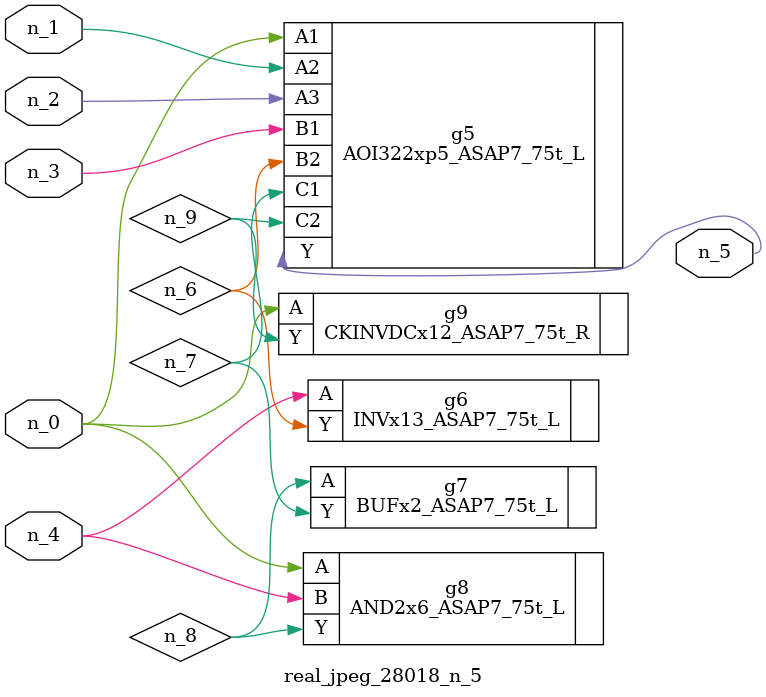
<source format=v>
module real_jpeg_28018_n_5 (n_4, n_0, n_1, n_2, n_3, n_5);

input n_4;
input n_0;
input n_1;
input n_2;
input n_3;

output n_5;

wire n_8;
wire n_6;
wire n_7;
wire n_9;

AOI322xp5_ASAP7_75t_L g5 ( 
.A1(n_0),
.A2(n_1),
.A3(n_2),
.B1(n_3),
.B2(n_6),
.C1(n_7),
.C2(n_9),
.Y(n_5)
);

AND2x6_ASAP7_75t_L g8 ( 
.A(n_0),
.B(n_4),
.Y(n_8)
);

CKINVDCx12_ASAP7_75t_R g9 ( 
.A(n_0),
.Y(n_9)
);

INVx13_ASAP7_75t_L g6 ( 
.A(n_4),
.Y(n_6)
);

BUFx2_ASAP7_75t_L g7 ( 
.A(n_8),
.Y(n_7)
);


endmodule
</source>
